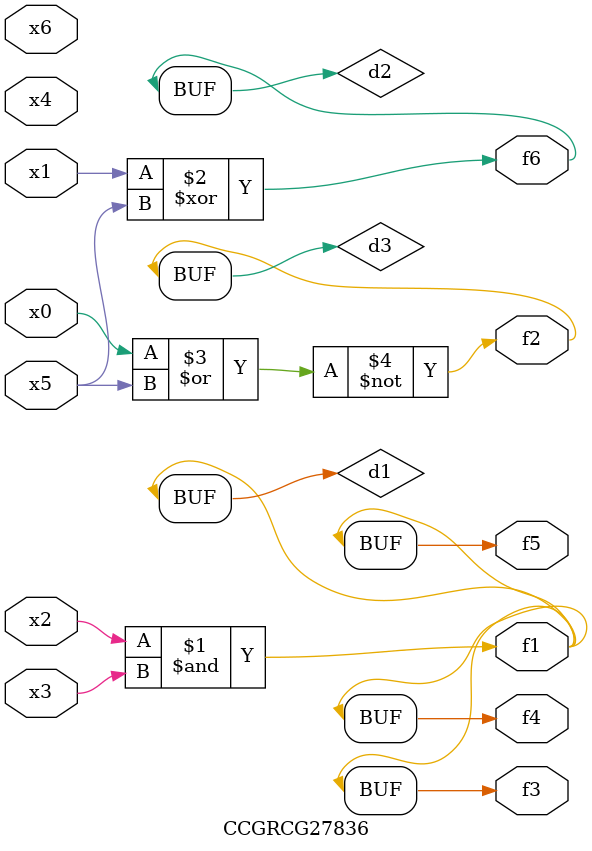
<source format=v>
module CCGRCG27836(
	input x0, x1, x2, x3, x4, x5, x6,
	output f1, f2, f3, f4, f5, f6
);

	wire d1, d2, d3;

	and (d1, x2, x3);
	xor (d2, x1, x5);
	nor (d3, x0, x5);
	assign f1 = d1;
	assign f2 = d3;
	assign f3 = d1;
	assign f4 = d1;
	assign f5 = d1;
	assign f6 = d2;
endmodule

</source>
